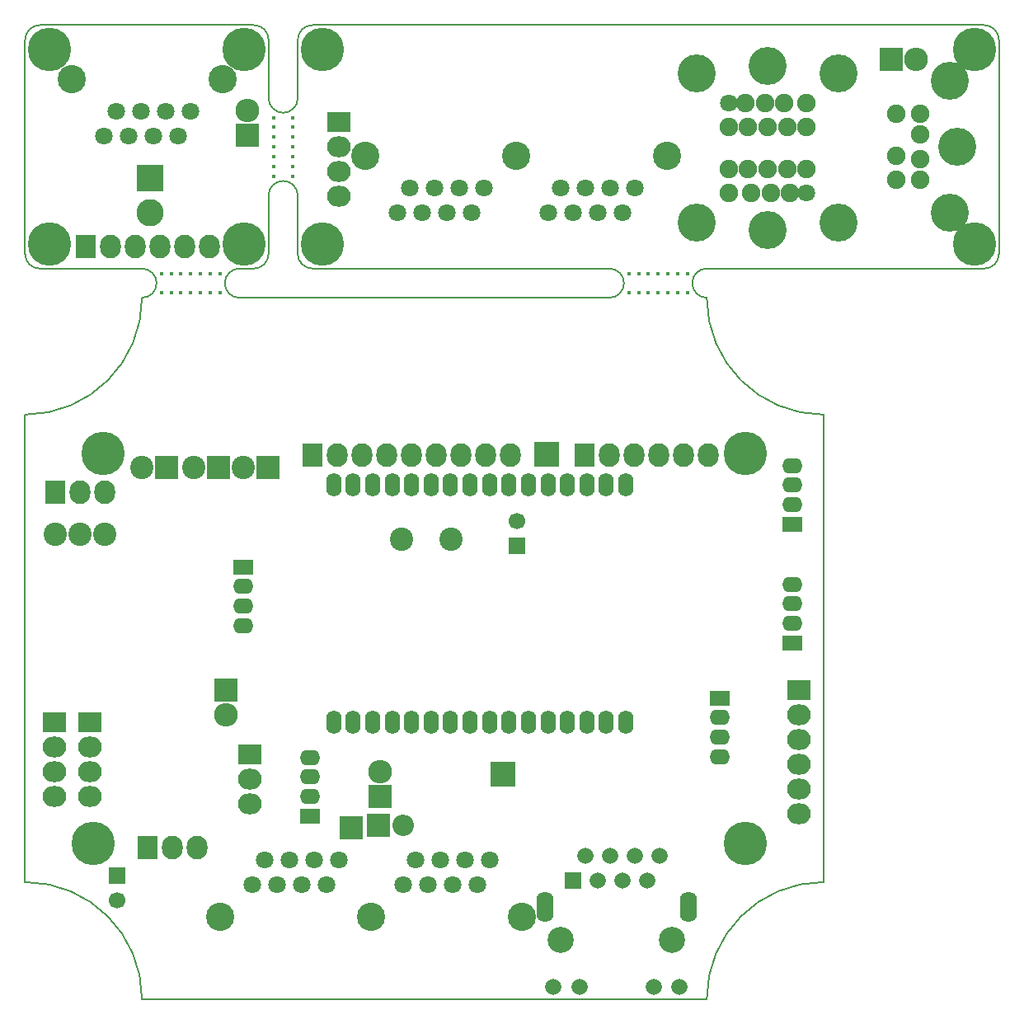
<source format=gbs>
G04 #@! TF.FileFunction,Soldermask,Bot*
%FSLAX46Y46*%
G04 Gerber Fmt 4.6, Leading zero omitted, Abs format (unit mm)*
G04 Created by KiCad (PCBNEW 4.0.2+dfsg1-stable) date Di 21 Feb 2017 10:36:22 CET*
%MOMM*%
G01*
G04 APERTURE LIST*
%ADD10C,0.100000*%
%ADD11C,0.150000*%
%ADD12C,1.800000*%
%ADD13C,2.900000*%
%ADD14C,4.464000*%
%ADD15R,1.700000X1.700000*%
%ADD16C,1.700000*%
%ADD17R,2.400000X2.400000*%
%ADD18C,2.400000*%
%ADD19R,2.127200X2.432000*%
%ADD20O,2.127200X2.432000*%
%ADD21R,2.635200X2.635200*%
%ADD22R,2.432000X2.432000*%
%ADD23O,2.432000X2.432000*%
%ADD24R,2.432000X2.127200*%
%ADD25O,2.432000X2.127200*%
%ADD26O,1.600000X2.400000*%
%ADD27R,1.670000X1.670000*%
%ADD28C,1.670000*%
%ADD29C,2.686000*%
%ADD30O,1.771600X3.143200*%
%ADD31C,2.398980*%
%ADD32C,0.400000*%
%ADD33R,2.099260X1.598880*%
%ADD34O,2.099260X1.598880*%
%ADD35C,2.800000*%
%ADD36R,2.800000X2.800000*%
%ADD37C,1.900000*%
%ADD38C,3.900000*%
%ADD39O,2.200000X2.200000*%
G04 APERTURE END LIST*
D10*
D11*
X129500000Y-71000000D02*
X160000000Y-71000000D01*
X122000000Y-71000000D02*
X123500000Y-71000000D01*
X198500000Y-46000000D02*
X129500000Y-46000000D01*
X123500000Y-46000000D02*
X101500000Y-46000000D01*
X170000000Y-71000000D02*
X198500000Y-71000000D01*
X122000000Y-74000000D02*
X160000000Y-74000000D01*
X160000000Y-74000000D02*
G75*
G03X161500000Y-72500000I0J1500000D01*
G01*
X161500000Y-72500000D02*
G75*
G03X160000000Y-71000000I-1500000J0D01*
G01*
X170000000Y-71000000D02*
G75*
G03X168500000Y-72500000I0J-1500000D01*
G01*
X168500000Y-72500000D02*
G75*
G03X170000000Y-74000000I1500000J0D01*
G01*
X128000000Y-47500000D02*
X128000000Y-53500000D01*
X128000000Y-63500000D02*
X128000000Y-69500000D01*
X125000000Y-63500000D02*
X125000000Y-69500000D01*
X125000000Y-47500000D02*
X125000000Y-53500000D01*
X126500000Y-55000000D02*
G75*
G03X128000000Y-53500000I0J1500000D01*
G01*
X125000000Y-53500000D02*
G75*
G03X126500000Y-55000000I1500000J0D01*
G01*
X128000000Y-63500000D02*
G75*
G03X126500000Y-62000000I-1500000J0D01*
G01*
X126500000Y-62000000D02*
G75*
G03X125000000Y-63500000I0J-1500000D01*
G01*
X129500000Y-46000000D02*
G75*
G03X128000000Y-47500000I0J-1500000D01*
G01*
X128000000Y-69500000D02*
G75*
G03X129500000Y-71000000I1500000J0D01*
G01*
X125000000Y-47500000D02*
G75*
G03X123500000Y-46000000I-1500000J0D01*
G01*
X123500000Y-71000000D02*
G75*
G03X125000000Y-69500000I0J1500000D01*
G01*
X112000000Y-71000000D02*
X101500000Y-71000000D01*
X120500000Y-72500000D02*
G75*
G03X122000000Y-74000000I1500000J0D01*
G01*
X122000000Y-71000000D02*
G75*
G03X120500000Y-72500000I0J-1500000D01*
G01*
X112000000Y-74000000D02*
G75*
G03X113500000Y-72500000I0J1500000D01*
G01*
X113500000Y-72500000D02*
G75*
G03X112000000Y-71000000I-1500000J0D01*
G01*
X200000000Y-69500000D02*
X200000000Y-47500000D01*
X100000000Y-47500000D02*
X100000000Y-69500000D01*
X198500000Y-71000000D02*
G75*
G03X200000000Y-69500000I0J1500000D01*
G01*
X200000000Y-47500000D02*
G75*
G03X198500000Y-46000000I-1500000J0D01*
G01*
X101500000Y-46000000D02*
G75*
G03X100000000Y-47500000I0J-1500000D01*
G01*
X100000000Y-69500000D02*
G75*
G03X101500000Y-71000000I1500000J0D01*
G01*
X112000000Y-146000000D02*
G75*
G03X100000000Y-134000000I-12000000J0D01*
G01*
X100000000Y-86000000D02*
X100000000Y-134000000D01*
X182000000Y-86000000D02*
X182000000Y-134000000D01*
X112000000Y-146000000D02*
X170000000Y-146000000D01*
X170000000Y-74000000D02*
G75*
G03X182000000Y-86000000I12000000J0D01*
G01*
X100000000Y-86000000D02*
G75*
G03X112000000Y-74000000I0J12000000D01*
G01*
X182000000Y-134000000D02*
G75*
G03X170000000Y-146000000I0J-12000000D01*
G01*
D12*
X141351000Y-134312500D03*
X138811000Y-134312500D03*
X140081000Y-131772500D03*
X142621000Y-131772500D03*
X143891000Y-134312500D03*
X145161000Y-131772500D03*
X146431000Y-134312500D03*
X147701000Y-131772500D03*
D13*
X151006000Y-137602500D03*
D14*
X130500000Y-68500000D03*
X130500000Y-48500000D03*
X122500000Y-68500000D03*
X122500000Y-48500000D03*
X197500000Y-68500000D03*
X197500000Y-48500000D03*
X102500000Y-48500000D03*
X102500000Y-68500000D03*
X107000000Y-130000000D03*
X174000000Y-130000000D03*
X174000000Y-90000000D03*
X108000000Y-90000000D03*
D15*
X150495000Y-99441000D03*
D16*
X150495000Y-96941000D03*
D17*
X114554000Y-91440000D03*
D18*
X112014000Y-91440000D03*
D17*
X119888000Y-91440000D03*
D18*
X117348000Y-91440000D03*
D17*
X124968000Y-91440000D03*
D18*
X122428000Y-91440000D03*
D12*
X125857000Y-134312500D03*
X123317000Y-134312500D03*
X124587000Y-131772500D03*
X127127000Y-131772500D03*
X128397000Y-134312500D03*
X129667000Y-131772500D03*
X130937000Y-134312500D03*
X132207000Y-131772500D03*
D13*
X120012000Y-137602500D03*
X135512000Y-137602500D03*
D19*
X157480000Y-90170000D03*
D20*
X160020000Y-90170000D03*
X162560000Y-90170000D03*
X165100000Y-90170000D03*
X167640000Y-90170000D03*
X170180000Y-90170000D03*
D19*
X129540000Y-90170000D03*
D20*
X132080000Y-90170000D03*
X134620000Y-90170000D03*
X137160000Y-90170000D03*
X139700000Y-90170000D03*
X142240000Y-90170000D03*
X144780000Y-90170000D03*
X147320000Y-90170000D03*
X149860000Y-90170000D03*
D21*
X149047200Y-122936000D03*
D22*
X136448800Y-125222000D03*
D23*
X136448800Y-122682000D03*
D24*
X179451000Y-114300000D03*
D25*
X179451000Y-116840000D03*
X179451000Y-119380000D03*
X179451000Y-121920000D03*
X179451000Y-124460000D03*
X179451000Y-127000000D03*
D22*
X120650000Y-114300000D03*
D23*
X120650000Y-116840000D03*
D24*
X123063000Y-120904000D03*
D25*
X123063000Y-123444000D03*
X123063000Y-125984000D03*
D26*
X161685000Y-117610000D03*
X161685000Y-93210000D03*
X159685000Y-117610000D03*
X159685000Y-93210000D03*
X157685000Y-117610000D03*
X157685000Y-93210000D03*
X155685000Y-117610000D03*
X155685000Y-93210000D03*
X153685000Y-117610000D03*
X153685000Y-93210000D03*
X151685000Y-117610000D03*
X151685000Y-93210000D03*
X149685000Y-117610000D03*
X149685000Y-93210000D03*
X147685000Y-117610000D03*
X147685000Y-93210000D03*
X145685000Y-117610000D03*
X145685000Y-93210000D03*
X143685000Y-117610000D03*
X143685000Y-93210000D03*
X141685000Y-117610000D03*
X141685000Y-93210000D03*
X139685000Y-117610000D03*
X139685000Y-93210000D03*
X137685000Y-117610000D03*
X137685000Y-93210000D03*
X135685000Y-117610000D03*
X135685000Y-93210000D03*
X133685000Y-117610000D03*
X133685000Y-93210000D03*
X131685000Y-117610000D03*
X131685000Y-93210000D03*
D27*
X156273500Y-133858000D03*
D28*
X157543500Y-131318000D03*
X158813500Y-133858000D03*
X160083500Y-131318000D03*
X161353500Y-133858000D03*
X162623500Y-131318000D03*
X163893500Y-133858000D03*
X165163500Y-131318000D03*
X154241500Y-144780000D03*
X156908500Y-144780000D03*
X167195500Y-144780000D03*
X164528500Y-144780000D03*
D29*
X166433500Y-139954000D03*
X155003500Y-139954000D03*
D30*
X153352500Y-136525000D03*
X168084500Y-136525000D03*
D19*
X103124000Y-93980000D03*
D20*
X105664000Y-93980000D03*
X108204000Y-93980000D03*
D31*
X138684000Y-98806000D03*
X143764000Y-98806000D03*
D32*
X120000000Y-71500000D03*
X119000000Y-71500000D03*
X118000000Y-71500000D03*
X117000000Y-71500000D03*
X117000000Y-71500000D03*
X117000000Y-71500000D03*
X116000000Y-71500000D03*
X115000000Y-71500000D03*
X114000000Y-71500000D03*
X120000000Y-73500000D03*
X119000000Y-73500000D03*
X118000000Y-73500000D03*
X117000000Y-73500000D03*
X117000000Y-73500000D03*
X117000000Y-73500000D03*
X116000000Y-73500000D03*
X115000000Y-73500000D03*
X114000000Y-73500000D03*
D17*
X133477000Y-128460500D03*
D32*
X168000000Y-71500000D03*
X167000000Y-71500000D03*
X166000000Y-71500000D03*
X165000000Y-71500000D03*
X165000000Y-71500000D03*
X165000000Y-71500000D03*
X164000000Y-71500000D03*
X163000000Y-71500000D03*
X162000000Y-71500000D03*
X168000000Y-73500000D03*
X167000000Y-73500000D03*
X166000000Y-73500000D03*
X165000000Y-73500000D03*
X165000000Y-73500000D03*
X165000000Y-73500000D03*
X164000000Y-73500000D03*
X163000000Y-73500000D03*
X162000000Y-73500000D03*
X125500000Y-55500000D03*
X125500000Y-56500000D03*
X125500000Y-57500000D03*
X125500000Y-58500000D03*
X125500000Y-58500000D03*
X125500000Y-58500000D03*
X125500000Y-59500000D03*
X125500000Y-60500000D03*
X125500000Y-61500000D03*
X127500000Y-55500000D03*
X127500000Y-56500000D03*
X127500000Y-57500000D03*
X127500000Y-58500000D03*
X127500000Y-58500000D03*
X127500000Y-58500000D03*
X127500000Y-59500000D03*
X127500000Y-60500000D03*
X127500000Y-61500000D03*
D33*
X178816000Y-97236280D03*
D34*
X178816000Y-93233240D03*
X178816000Y-95234760D03*
X178816000Y-91234260D03*
D33*
X178816000Y-109428280D03*
D34*
X178816000Y-105425240D03*
X178816000Y-107426760D03*
X178816000Y-103426260D03*
D33*
X129270000Y-127212280D03*
D34*
X129270000Y-123209240D03*
X129270000Y-125210760D03*
X129270000Y-121210260D03*
D33*
X171323000Y-115122960D03*
D34*
X171323000Y-119126000D03*
X171323000Y-117124480D03*
X171323000Y-121124980D03*
D12*
X114405000Y-54840000D03*
X116945000Y-54840000D03*
X115675000Y-57380000D03*
X113135000Y-57380000D03*
X111865000Y-54840000D03*
X110595000Y-57380000D03*
X109325000Y-54840000D03*
X108055000Y-57380000D03*
D13*
X120250000Y-51550000D03*
X104750000Y-51550000D03*
D12*
X144605000Y-62740000D03*
X147145000Y-62740000D03*
X145875000Y-65280000D03*
X143335000Y-65280000D03*
X142065000Y-62740000D03*
X140795000Y-65280000D03*
X139525000Y-62740000D03*
X138255000Y-65280000D03*
D13*
X150450000Y-59450000D03*
X134950000Y-59450000D03*
D12*
X160105000Y-62740000D03*
X162645000Y-62740000D03*
X161375000Y-65280000D03*
X158835000Y-65280000D03*
X157565000Y-62740000D03*
X156295000Y-65280000D03*
X155025000Y-62740000D03*
X153755000Y-65280000D03*
D13*
X165950000Y-59450000D03*
X150450000Y-59450000D03*
D35*
X112800000Y-65250000D03*
D36*
X112800000Y-61750000D03*
D19*
X106250000Y-68750000D03*
D20*
X108790000Y-68750000D03*
X111330000Y-68750000D03*
X113870000Y-68750000D03*
X116410000Y-68750000D03*
X118950000Y-68750000D03*
D24*
X102997000Y-117602000D03*
D25*
X102997000Y-120142000D03*
X102997000Y-122682000D03*
X102997000Y-125222000D03*
D24*
X106680000Y-117602000D03*
D25*
X106680000Y-120142000D03*
X106680000Y-122682000D03*
X106680000Y-125222000D03*
D15*
X109410500Y-133350000D03*
D16*
X109410500Y-135850000D03*
D18*
X103124000Y-98298000D03*
X105664000Y-98298000D03*
X108204000Y-98298000D03*
D19*
X112610000Y-130450000D03*
D20*
X115150000Y-130450000D03*
X117690000Y-130450000D03*
D37*
X178550000Y-63250000D03*
X176550000Y-63250000D03*
X174550000Y-63250000D03*
D12*
X180200000Y-63250000D03*
D37*
X178250000Y-60750000D03*
X176250000Y-60750000D03*
X172300000Y-63250000D03*
X180200000Y-60750000D03*
X174250000Y-60750000D03*
X172300000Y-60750000D03*
D38*
X169000000Y-66250000D03*
X176250000Y-67050000D03*
X183500000Y-66250000D03*
D37*
X173950000Y-54000000D03*
X175950000Y-54000000D03*
X177950000Y-54000000D03*
D12*
X172300000Y-54000000D03*
D37*
X174250000Y-56500000D03*
X176250000Y-56500000D03*
X180200000Y-54000000D03*
X172300000Y-56500000D03*
X178250000Y-56500000D03*
X180200000Y-56500000D03*
D38*
X183500000Y-51000000D03*
X176250000Y-50200000D03*
X169000000Y-51000000D03*
D37*
X191950000Y-57200000D03*
X191950000Y-59800000D03*
X191950000Y-55100000D03*
X191950000Y-61900000D03*
X189450000Y-55100000D03*
X189450000Y-59400000D03*
X189450000Y-61900000D03*
D38*
X194950000Y-65250000D03*
X195750000Y-58500000D03*
X194950000Y-51750000D03*
D24*
X132207000Y-55930800D03*
D25*
X132207000Y-58470800D03*
X132207000Y-61010800D03*
X132207000Y-63550800D03*
D22*
X122809000Y-57277000D03*
D23*
X122809000Y-54737000D03*
D22*
X188976000Y-49530000D03*
D23*
X191516000Y-49530000D03*
D33*
X122428000Y-101645720D03*
D34*
X122428000Y-105648760D03*
X122428000Y-103647240D03*
X122428000Y-107647740D03*
D21*
X153543000Y-90043000D03*
D22*
X136300000Y-128150000D03*
D39*
X138840000Y-128150000D03*
M02*

</source>
